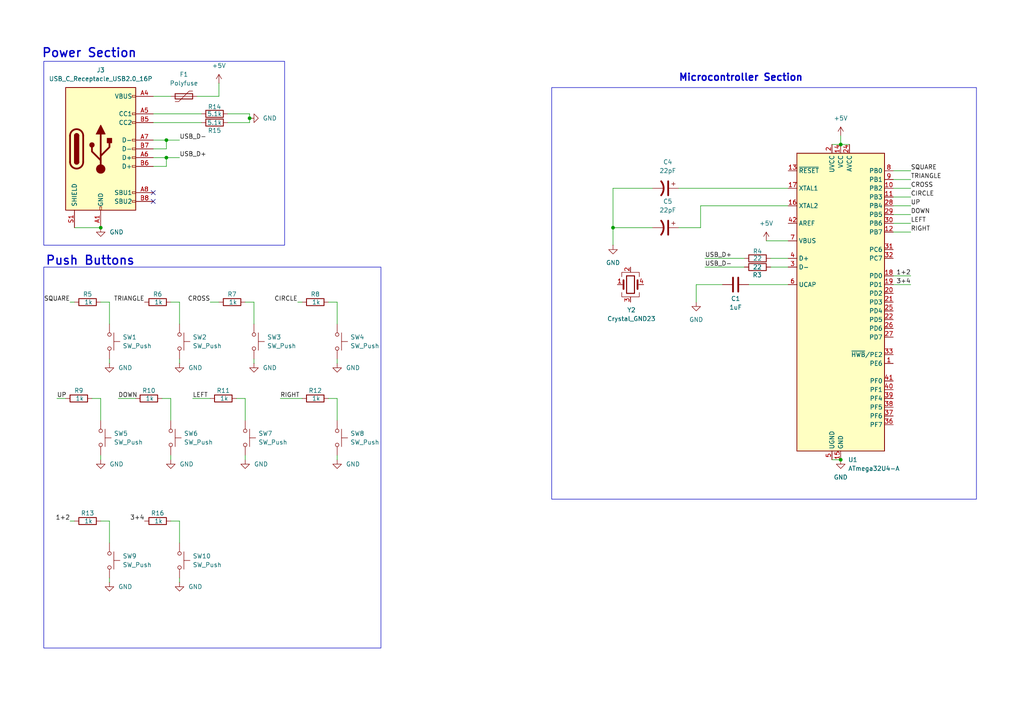
<source format=kicad_sch>
(kicad_sch (version 20250114) (generator "eeschema") (generator_version "9.0")
  (paper "A4")
  (title_block (title "FlatBox"))
  (lib_symbols
    (symbol "Connector:USB_C_Receptacle_USB2.0_16P" (pin_names (offset 1.016))
      (property "Reference" "J" (at 0 22.225 0))
      (property "Value" "USB_C_Receptacle_USB2.0_16P" (at 0 19.685 0))
      (symbol "USB_C_Receptacle_USB2.0_16P_0_0"
        (rectangle (start -0.254 -17.78) (end 0.254 -16.764))
        (rectangle (start 10.16 15.494) (end 9.144 14.986))
        (rectangle (start 10.16 10.414) (end 9.144 9.906))
        (rectangle (start 10.16 7.874) (end 9.144 7.366))
        (rectangle (start 10.16 2.794) (end 9.144 2.286))
        (rectangle (start 10.16 0.254) (end 9.144 -0.254))
        (rectangle (start 10.16 -2.286) (end 9.144 -2.794))
        (rectangle (start 10.16 -4.826) (end 9.144 -5.334))
        (rectangle (start 10.16 -12.446) (end 9.144 -12.954))
        (rectangle (start 10.16 -14.986) (end 9.144 -15.494))
      )
      (symbol "USB_C_Receptacle_USB2.0_16P_0_1"
        (rectangle (start -10.16 17.78) (end 10.16 -17.78) (stroke (width 0.254)) (fill (type background)))
        (polyline (pts (xy -8.89 -3.81) (xy -8.89 3.81)) (stroke (width 0.508)))
        (rectangle (start -7.62 -3.81) (end -6.35 3.81) (stroke (width 0.254)) (fill (type outline)))
        (arc (start -7.62 3.81) (mid -6.985 4.4423) (end -6.35 3.81) (stroke (width 0.254)))
        (arc (start -7.62 3.81) (mid -6.985 4.4423) (end -6.35 3.81) (stroke (width 0.254)) (fill (type outline)))
        (arc (start -8.89 3.81) (mid -6.985 5.7067) (end -5.08 3.81) (stroke (width 0.508)))
        (arc (start -5.08 -3.81) (mid -6.985 -5.7067) (end -8.89 -3.81) (stroke (width 0.508)))
        (arc (start -6.35 -3.81) (mid -6.985 -4.4423) (end -7.62 -3.81) (stroke (width 0.254)))
        (arc (start -6.35 -3.81) (mid -6.985 -4.4423) (end -7.62 -3.81) (stroke (width 0.254)) (fill (type outline)))
        (polyline (pts (xy -5.08 3.81) (xy -5.08 -3.81)) (stroke (width 0.508)))
        (circle (center -2.54 1.143) (radius 0.635) (stroke (width 0.254)) (fill (type outline)))
        (polyline (pts (xy -1.27 4.318) (xy 0 6.858) (xy 1.27 4.318) (xy -1.27 4.318)) (stroke (width 0.254)) (fill (type outline)))
        (polyline (pts (xy 0 -2.032) (xy 2.54 0.508) (xy 2.54 1.778)) (stroke (width 0.508)))
        (polyline (pts (xy 0 -3.302) (xy -2.54 -0.762) (xy -2.54 0.508)) (stroke (width 0.508)))
        (polyline (pts (xy 0 -5.842) (xy 0 4.318)) (stroke (width 0.508)))
        (circle (center 0 -5.842) (radius 1.27) (fill (type outline)))
        (rectangle (start 1.905 1.778) (end 3.175 3.048) (stroke (width 0.254)) (fill (type outline)))
      )
      (symbol "USB_C_Receptacle_USB2.0_16P_1_1"
        (pin passive line (at -7.62 -22.86 90) (length 5.08) (name "SHIELD") (number "S1"))
        (pin passive line (at 0 -22.86 90) (length 5.08) (name "GND") (number "A1"))
        (pin passive line (at 0 -22.86 90) (length 5.08) (hide yes) (name "GND") (number "A12"))
        (pin passive line (at 0 -22.86 90) (length 5.08) (hide yes) (name "GND") (number "B1"))
        (pin passive line (at 0 -22.86 90) (length 5.08) (hide yes) (name "GND") (number "B12"))
        (pin passive line (at 15.24 15.24 180) (length 5.08) (name "VBUS") (number "A4"))
        (pin passive line (at 15.24 15.24 180) (length 5.08) (hide yes) (name "VBUS") (number "A9"))
        (pin passive line (at 15.24 15.24 180) (length 5.08) (hide yes) (name "VBUS") (number "B4"))
        (pin passive line (at 15.24 15.24 180) (length 5.08) (hide yes) (name "VBUS") (number "B9"))
        (pin bidirectional line (at 15.24 10.16 180) (length 5.08) (name "CC1") (number "A5"))
        (pin bidirectional line (at 15.24 7.62 180) (length 5.08) (name "CC2") (number "B5"))
        (pin bidirectional line (at 15.24 2.54 180) (length 5.08) (name "D-") (number "A7"))
        (pin bidirectional line (at 15.24 0 180) (length 5.08) (name "D-") (number "B7"))
        (pin bidirectional line (at 15.24 -2.54 180) (length 5.08) (name "D+") (number "A6"))
        (pin bidirectional line (at 15.24 -5.08 180) (length 5.08) (name "D+") (number "B6"))
        (pin bidirectional line (at 15.24 -12.7 180) (length 5.08) (name "SBU1") (number "A8"))
        (pin bidirectional line (at 15.24 -15.24 180) (length 5.08) (name "SBU2") (number "B8"))
      )
    )
    (symbol "Device:C" (pin_numbers (hide yes)) (pin_names (offset 0.254))
      (property "Reference" "C" (at 0.635 2.54 0))
      (property "Value" "C" (at 0.635 -2.54 0))
      (symbol "C_0_1"
        (polyline (pts (xy -2.032 0.762) (xy 2.032 0.762)) (stroke (width 0.508)))
        (polyline (pts (xy -2.032 -0.762) (xy 2.032 -0.762)) (stroke (width 0.508)))
      )
      (symbol "C_1_1"
        (pin passive line (at 0 3.81 270) (length 2.794) (name "~") (number "1"))
        (pin passive line (at 0 -3.81 90) (length 2.794) (name "~") (number "2"))
      )
    )
    (symbol "Device:C_Polarized_US" (pin_numbers (hide yes)) (pin_names (offset 0.254) (hide yes))
      (property "Reference" "C" (at 0.635 2.54 0))
      (property "Value" "C_Polarized_US" (at 0.635 -2.54 0))
      (symbol "C_Polarized_US_0_1"
        (polyline (pts (xy -2.032 0.762) (xy 2.032 0.762)) (stroke (width 0.508)))
        (polyline (pts (xy -1.778 2.286) (xy -0.762 2.286)))
        (polyline (pts (xy -1.27 1.778) (xy -1.27 2.794)))
        (arc (start -2.032 -1.27) (mid 0 -0.5572) (end 2.032 -1.27) (stroke (width 0.508)))
      )
      (symbol "C_Polarized_US_1_1"
        (pin passive line (at 0 3.81 270) (length 2.794) (name "~") (number "1"))
        (pin passive line (at 0 -3.81 90) (length 3.302) (name "~") (number "2"))
      )
    )
    (symbol "Device:Crystal_GND23" (pin_names (offset 1.016) (hide yes))
      (property "Reference" "Y" (at 3.175 5.08 0))
      (property "Value" "Crystal_GND23" (at 3.175 3.175 0))
      (symbol "Crystal_GND23_0_1"
        (polyline (pts (xy -2.54 2.286) (xy -2.54 3.556) (xy 2.54 3.556) (xy 2.54 2.286)))
        (polyline (pts (xy -2.54 0) (xy -2.032 0)))
        (polyline (pts (xy -2.54 -2.286) (xy -2.54 -3.556) (xy 2.54 -3.556) (xy 2.54 -2.286)))
        (polyline (pts (xy -2.032 -1.27) (xy -2.032 1.27)) (stroke (width 0.508)))
        (rectangle (start -1.143 2.54) (end 1.143 -2.54) (stroke (width 0.3048)))
        (polyline (pts (xy 0 3.556) (xy 0 3.81)))
        (polyline (pts (xy 0 -3.81) (xy 0 -3.556)))
        (polyline (pts (xy 2.032 0) (xy 2.54 0)))
        (polyline (pts (xy 2.032 -1.27) (xy 2.032 1.27)) (stroke (width 0.508)))
      )
      (symbol "Crystal_GND23_1_1"
        (pin passive line (at -3.81 0 0) (length 1.27) (name "1") (number "1"))
        (pin passive line (at 0 5.08 270) (length 1.27) (name "2") (number "2"))
        (pin passive line (at 0 -5.08 90) (length 1.27) (name "3") (number "3"))
        (pin passive line (at 3.81 0 180) (length 1.27) (name "4") (number "4"))
      )
    )
    (symbol "Device:Polyfuse" (pin_numbers (hide yes)) (pin_names (offset 0))
      (property "Reference" "F" (at -2.54 0 90))
      (property "Value" "Polyfuse" (at 2.54 0 90))
      (symbol "Polyfuse_0_1"
        (polyline (pts (xy -1.524 2.54) (xy -1.524 1.524) (xy 1.524 -1.524) (xy 1.524 -2.54)))
        (rectangle (start -0.762 2.54) (end 0.762 -2.54) (stroke (width 0.254)))
        (polyline (pts (xy 0 2.54) (xy 0 -2.54)))
      )
      (symbol "Polyfuse_1_1"
        (pin passive line (at 0 3.81 270) (length 1.27) (name "~") (number "1"))
        (pin passive line (at 0 -3.81 90) (length 1.27) (name "~") (number "2"))
      )
    )
    (symbol "Device:R" (pin_numbers (hide yes)) (pin_names (offset 0))
      (property "Reference" "R" (at 2.032 0 90))
      (property "Value" "R" (at 0 0 90))
      (symbol "R_0_1"
        (rectangle (start -1.016 -2.54) (end 1.016 2.54) (stroke (width 0.254)))
      )
      (symbol "R_1_1"
        (pin passive line (at 0 3.81 270) (length 1.27) (name "~") (number "1"))
        (pin passive line (at 0 -3.81 90) (length 1.27) (name "~") (number "2"))
      )
    )
    (symbol "MCU_Microchip_ATmega:ATmega32U4-A"
      (property "Reference" "U" (at -12.7 44.45 0))
      (property "Value" "ATmega32U4-A" (at 2.54 -44.45 0))
      (symbol "ATmega32U4-A_0_1"
        (rectangle (start -12.7 -43.18) (end 12.7 43.18) (stroke (width 0.254)) (fill (type background)))
      )
      (symbol "ATmega32U4-A_1_1"
        (pin input line (at -15.24 38.1 0) (length 2.54) (name "~{RESET}") (number "13"))
        (pin input line (at -15.24 33.02 0) (length 2.54) (name "XTAL1") (number "17"))
        (pin output line (at -15.24 27.94 0) (length 2.54) (name "XTAL2") (number "16"))
        (pin passive line (at -15.24 22.86 0) (length 2.54) (name "AREF") (number "42"))
        (pin input line (at -15.24 17.78 0) (length 2.54) (name "VBUS") (number "7"))
        (pin bidirectional line (at -15.24 12.7 0) (length 2.54) (name "D+") (number "4"))
        (pin bidirectional line (at -15.24 10.16 0) (length 2.54) (name "D-") (number "3"))
        (pin passive line (at -15.24 5.08 0) (length 2.54) (name "UCAP") (number "6"))
        (pin power_in line (at -2.54 45.72 270) (length 2.54) (name "UVCC") (number "2"))
        (pin passive line (at -2.54 -45.72 90) (length 2.54) (name "UGND") (number "5"))
        (pin power_in line (at 0 45.72 270) (length 2.54) (name "VCC") (number "14"))
        (pin passive line (at 0 45.72 270) (length 2.54) (hide yes) (name "VCC") (number "34"))
        (pin power_in line (at 0 -45.72 90) (length 2.54) (name "GND") (number "15"))
        (pin passive line (at 0 -45.72 90) (length 2.54) (hide yes) (name "GND") (number "23"))
        (pin passive line (at 0 -45.72 90) (length 2.54) (hide yes) (name "GND") (number "35"))
        (pin passive line (at 0 -45.72 90) (length 2.54) (hide yes) (name "GND") (number "43"))
        (pin power_in line (at 2.54 45.72 270) (length 2.54) (name "AVCC") (number "24"))
        (pin passive line (at 2.54 45.72 270) (length 2.54) (hide yes) (name "AVCC") (number "44"))
        (pin bidirectional line (at 15.24 38.1 180) (length 2.54) (name "PB0") (number "8"))
        (pin bidirectional line (at 15.24 35.56 180) (length 2.54) (name "PB1") (number "9"))
        (pin bidirectional line (at 15.24 33.02 180) (length 2.54) (name "PB2") (number "10"))
        (pin bidirectional line (at 15.24 30.48 180) (length 2.54) (name "PB3") (number "11"))
        (pin bidirectional line (at 15.24 27.94 180) (length 2.54) (name "PB4") (number "28"))
        (pin bidirectional line (at 15.24 25.4 180) (length 2.54) (name "PB5") (number "29"))
        (pin bidirectional line (at 15.24 22.86 180) (length 2.54) (name "PB6") (number "30"))
        (pin bidirectional line (at 15.24 20.32 180) (length 2.54) (name "PB7") (number "12"))
        (pin bidirectional line (at 15.24 15.24 180) (length 2.54) (name "PC6") (number "31"))
        (pin bidirectional line (at 15.24 12.7 180) (length 2.54) (name "PC7") (number "32"))
        (pin bidirectional line (at 15.24 7.62 180) (length 2.54) (name "PD0") (number "18"))
        (pin bidirectional line (at 15.24 5.08 180) (length 2.54) (name "PD1") (number "19"))
        (pin bidirectional line (at 15.24 2.54 180) (length 2.54) (name "PD2") (number "20"))
        (pin bidirectional line (at 15.24 0 180) (length 2.54) (name "PD3") (number "21"))
        (pin bidirectional line (at 15.24 -2.54 180) (length 2.54) (name "PD4") (number "25"))
        (pin bidirectional line (at 15.24 -5.08 180) (length 2.54) (name "PD5") (number "22"))
        (pin bidirectional line (at 15.24 -7.62 180) (length 2.54) (name "PD6") (number "26"))
        (pin bidirectional line (at 15.24 -10.16 180) (length 2.54) (name "PD7") (number "27"))
        (pin bidirectional line (at 15.24 -15.24 180) (length 2.54) (name "~{HWB}/PE2") (number "33"))
        (pin bidirectional line (at 15.24 -17.78 180) (length 2.54) (name "PE6") (number "1"))
        (pin bidirectional line (at 15.24 -22.86 180) (length 2.54) (name "PF0") (number "41"))
        (pin bidirectional line (at 15.24 -25.4 180) (length 2.54) (name "PF1") (number "40"))
        (pin bidirectional line (at 15.24 -27.94 180) (length 2.54) (name "PF4") (number "39"))
        (pin bidirectional line (at 15.24 -30.48 180) (length 2.54) (name "PF5") (number "38"))
        (pin bidirectional line (at 15.24 -33.02 180) (length 2.54) (name "PF6") (number "37"))
        (pin bidirectional line (at 15.24 -35.56 180) (length 2.54) (name "PF7") (number "36"))
      )
    )
    (symbol "Switch:SW_Push" (pin_numbers (hide yes)) (pin_names (offset 1.016) (hide yes))
      (property "Reference" "SW" (at 1.27 2.54 0))
      (property "Value" "SW_Push" (at 0 -1.524 0))
      (symbol "SW_Push_0_1"
        (circle (center -2.032 0) (radius 0.508))
        (polyline (pts (xy 0 1.27) (xy 0 3.048)))
        (circle (center 2.032 0) (radius 0.508))
        (polyline (pts (xy 2.54 1.27) (xy -2.54 1.27)))
        (pin passive line (at -5.08 0 0) (length 2.54) (name "1") (number "1"))
        (pin passive line (at 5.08 0 180) (length 2.54) (name "2") (number "2"))
      )
    )
    (symbol "power:+5V" (power) (pin_numbers (hide yes)) (pin_names (offset 0) (hide yes))
      (property "Value" "+5V" (at 0 3.556 0))
      (symbol "+5V_0_1"
        (polyline (pts (xy -0.762 1.27) (xy 0 2.54)))
        (polyline (pts (xy 0 2.54) (xy 0.762 1.27)))
        (polyline (pts (xy 0 0) (xy 0 2.54)))
      )
      (symbol "+5V_1_1"
        (pin power_in line (at 0 0 90) (length 0) (name "~") (number "1"))
      )
    )
    (symbol "power:GND" (power) (pin_numbers (hide yes)) (pin_names (offset 0) (hide yes))
      (property "Value" "GND" (at 0 -3.81 0))
      (symbol "GND_0_1"
        (polyline (pts (xy 0 0) (xy 0 -1.27) (xy 1.27 -1.27) (xy 0 -2.54) (xy -1.27 -1.27) (xy 0 -1.27)))
      )
      (symbol "GND_1_1"
        (pin power_in line (at 0 0 270) (length 0) (name "~") (number "1"))
      )
    )
  )
  (rectangle (start 160.02 25.4) (end 283.21 144.78))
  (rectangle (start 12.7 17.78) (end 82.55 71.12))
  (rectangle (start 12.7 77.47) (end 110.49 187.96))
  (text "Power Section" (at 25.908 15.494 0) (effects (font (size 2.54 2.54) (thickness 0.4064) (bold yes))))
  (text "Microcontroller Section" (at 214.884 22.606 0) (effects (font (size 2.032 2.032) (thickness 0.4064) (bold yes))))
  (text "Push Buttons" (at 26.162 75.692 0) (effects (font (size 2.54 2.54) (thickness 0.4064) (bold yes))))
  (junction (at 177.8 66.04))
  (junction (at 48.26 45.72))
  (junction (at 243.84 41.91))
  (junction (at 48.26 40.64))
  (junction (at 29.21 66.04))
  (junction (at 72.39 34.29))
  (junction (at 243.84 133.35))
  (no_connect (at 44.45 58.42))
  (no_connect (at 44.45 55.88))
  (wire (pts (xy 44.45 35.56) (xy 58.42 35.56)))
  (wire (pts (xy 97.79 104.14) (xy 97.79 105.41)))
  (wire (pts (xy 44.45 27.94) (xy 49.53 27.94)))
  (wire (pts (xy 97.79 87.63) (xy 97.79 93.98)))
  (wire (pts (xy 44.45 48.26) (xy 48.26 48.26)))
  (wire (pts (xy 49.53 132.08) (xy 49.53 133.35)))
  (wire (pts (xy 204.47 77.47) (xy 215.9 77.47)))
  (wire (pts (xy 177.8 66.04) (xy 189.23 66.04)))
  (wire (pts (xy 66.04 35.56) (xy 72.39 35.56)))
  (wire (pts (xy 203.2 59.69) (xy 203.2 66.04)))
  (wire (pts (xy 73.66 104.14) (xy 73.66 105.41)))
  (wire (pts (xy 264.16 62.23) (xy 259.08 62.23)))
  (wire (pts (xy 95.25 87.63) (xy 97.79 87.63)))
  (wire (pts (xy 189.23 54.61) (xy 177.8 54.61)))
  (wire (pts (xy 264.16 82.55) (xy 259.08 82.55)))
  (wire (pts (xy 259.08 80.01) (xy 264.16 80.01)))
  (wire (pts (xy 34.29 115.57) (xy 39.37 115.57)))
  (wire (pts (xy 52.07 167.64) (xy 52.07 168.91)))
  (wire (pts (xy 48.26 43.18) (xy 48.26 40.64)))
  (wire (pts (xy 52.07 151.13) (xy 52.07 157.48)))
  (wire (pts (xy 52.07 40.64) (xy 48.26 40.64)))
  (wire (pts (xy 217.17 82.55) (xy 228.6 82.55)))
  (wire (pts (xy 49.53 115.57) (xy 49.53 121.92)))
  (wire (pts (xy 68.58 115.57) (xy 71.12 115.57)))
  (wire (pts (xy 223.52 74.93) (xy 228.6 74.93)))
  (wire (pts (xy 44.45 43.18) (xy 48.26 43.18)))
  (wire (pts (xy 177.8 66.04) (xy 177.8 71.12)))
  (wire (pts (xy 72.39 33.02) (xy 72.39 34.29)))
  (wire (pts (xy 201.93 87.63) (xy 201.93 82.55)))
  (wire (pts (xy 26.67 115.57) (xy 29.21 115.57)))
  (wire (pts (xy 264.16 52.07) (xy 259.08 52.07)))
  (wire (pts (xy 264.16 54.61) (xy 259.08 54.61)))
  (wire (pts (xy 81.28 115.57) (xy 87.63 115.57)))
  (wire (pts (xy 31.75 104.14) (xy 31.75 105.41)))
  (wire (pts (xy 97.79 115.57) (xy 97.79 121.92)))
  (wire (pts (xy 264.16 57.15) (xy 259.08 57.15)))
  (wire (pts (xy 29.21 151.13) (xy 31.75 151.13)))
  (wire (pts (xy 20.32 151.13) (xy 21.59 151.13)))
  (wire (pts (xy 29.21 132.08) (xy 29.21 133.35)))
  (wire (pts (xy 196.85 66.04) (xy 203.2 66.04)))
  (wire (pts (xy 243.84 39.37) (xy 243.84 41.91)))
  (wire (pts (xy 52.07 87.63) (xy 52.07 93.98)))
  (wire (pts (xy 241.3 41.91) (xy 243.84 41.91)))
  (wire (pts (xy 46.99 115.57) (xy 49.53 115.57)))
  (wire (pts (xy 60.96 87.63) (xy 63.5 87.63)))
  (wire (pts (xy 71.12 132.08) (xy 71.12 133.35)))
  (wire (pts (xy 21.59 66.04) (xy 29.21 66.04)))
  (wire (pts (xy 48.26 48.26) (xy 48.26 45.72)))
  (wire (pts (xy 177.8 54.61) (xy 177.8 66.04)))
  (wire (pts (xy 97.79 132.08) (xy 97.79 133.35)))
  (wire (pts (xy 57.15 27.94) (xy 63.5 27.94)))
  (wire (pts (xy 196.85 54.61) (xy 228.6 54.61)))
  (wire (pts (xy 52.07 45.72) (xy 48.26 45.72)))
  (wire (pts (xy 71.12 87.63) (xy 73.66 87.63)))
  (wire (pts (xy 241.3 133.35) (xy 243.84 133.35)))
  (wire (pts (xy 73.66 87.63) (xy 73.66 93.98)))
  (wire (pts (xy 66.04 33.02) (xy 72.39 33.02)))
  (wire (pts (xy 31.75 87.63) (xy 31.75 93.98)))
  (wire (pts (xy 63.5 24.13) (xy 63.5 27.94)))
  (wire (pts (xy 49.53 151.13) (xy 52.07 151.13)))
  (wire (pts (xy 49.53 87.63) (xy 52.07 87.63)))
  (wire (pts (xy 29.21 115.57) (xy 29.21 121.92)))
  (wire (pts (xy 29.21 87.63) (xy 31.75 87.63)))
  (wire (pts (xy 264.16 49.53) (xy 259.08 49.53)))
  (wire (pts (xy 71.12 115.57) (xy 71.12 121.92)))
  (wire (pts (xy 204.47 74.93) (xy 215.9 74.93)))
  (wire (pts (xy 264.16 64.77) (xy 259.08 64.77)))
  (wire (pts (xy 44.45 33.02) (xy 58.42 33.02)))
  (wire (pts (xy 228.6 59.69) (xy 203.2 59.69)))
  (wire (pts (xy 48.26 40.64) (xy 44.45 40.64)))
  (wire (pts (xy 264.16 59.69) (xy 259.08 59.69)))
  (wire (pts (xy 31.75 167.64) (xy 31.75 168.91)))
  (wire (pts (xy 95.25 115.57) (xy 97.79 115.57)))
  (wire (pts (xy 20.32 87.63) (xy 21.59 87.63)))
  (wire (pts (xy 31.75 151.13) (xy 31.75 157.48)))
  (wire (pts (xy 52.07 104.14) (xy 52.07 105.41)))
  (wire (pts (xy 223.52 77.47) (xy 228.6 77.47)))
  (wire (pts (xy 86.36 87.63) (xy 87.63 87.63)))
  (wire (pts (xy 16.51 115.57) (xy 19.05 115.57)))
  (wire (pts (xy 48.26 45.72) (xy 44.45 45.72)))
  (wire (pts (xy 243.84 41.91) (xy 246.38 41.91)))
  (wire (pts (xy 264.16 67.31) (xy 259.08 67.31)))
  (wire (pts (xy 55.88 115.57) (xy 60.96 115.57)))
  (wire (pts (xy 222.25 69.85) (xy 228.6 69.85)))
  (wire (pts (xy 72.39 35.56) (xy 72.39 34.29)))
  (wire (pts (xy 201.93 82.55) (xy 209.55 82.55)))
  (label "TRIANGLE" (at 41.91 87.63 180))
  (label "LEFT" (at 264.16 64.77 0))
  (label "CIRCLE" (at 264.16 57.15 0))
  (label "1+2" (at 264.16 80.01 180))
  (label "DOWN" (at 264.16 62.23 0))
  (label "3+4" (at 264.16 82.55 180))
  (label "TRIANGLE" (at 264.16 52.07 0))
  (label "3+4" (at 41.91 151.13 180))
  (label "RIGHT" (at 81.28 115.57 0))
  (label "CIRCLE" (at 86.36 87.63 180))
  (label "CROSS" (at 264.16 54.61 0))
  (label "USB_D-" (at 204.47 77.47 0))
  (label "SQUARE" (at 20.32 87.63 180))
  (label "USB_D+" (at 52.07 45.72 0))
  (label "1+2" (at 20.32 151.13 180))
  (label "SQUARE" (at 264.16 49.53 0))
  (label "UP" (at 264.16 59.69 0))
  (label "USB_D+" (at 204.47 74.93 0))
  (label "LEFT" (at 55.88 115.57 0))
  (label "UP" (at 16.51 115.57 0))
  (label "CROSS" (at 60.96 87.63 180))
  (label "DOWN" (at 34.29 115.57 0))
  (label "RIGHT" (at 264.16 67.31 0))
  (label "USB_D-" (at 52.07 40.64 0))
  (symbol (lib_id "Switch:SW_Push") (at 71.12 127 270) (unit 1)
    (property "Reference" "SW7" (at 74.93 125.7299 90) (effects (justify left)))
    (property "Value" "SW_Push" (at 74.93 128.2699 90) (effects (justify left)))
    (property "Description" "Push button switch, generic, two pins" (effects (hide yes)))
  )
  (symbol (lib_id "Switch:SW_Push") (at 97.79 127 270) (unit 1)
    (property "Reference" "SW8" (at 101.6 125.7299 90) (effects (justify left)))
    (property "Value" "SW_Push" (at 101.6 128.2699 90) (effects (justify left)))
    (property "Description" "Push button switch, generic, two pins" (effects (hide yes)))
  )
  (symbol (lib_id "power:GND") (at 177.8 71.12 0) (unit 1)
    (property "Reference" "#PWR015" (effects (hide yes)))
    (property "Value" "GND" (at 177.8 76.2 0))
    (property "Description" "Power symbol creates a global label with name \"GND\" , ground" (effects (hide yes)))
  )
  (symbol (lib_id "MCU_Microchip_ATmega:ATmega32U4-A") (at 243.84 87.63 0) (unit 1)
    (property "Reference" "U1" (at 245.9833 133.35 0) (effects (justify left)))
    (property "Value" "ATmega32U4-A" (at 245.9833 135.89 0) (effects (justify left)))
    (property "Footprint" "Package_QFP:TQFP-44_10x10mm_P0.8mm" (effects (hide yes)))
    (property "Datasheet" "http://ww1.microchip.com/downloads/en/DeviceDoc/Atmel-7766-8-bit-AVR-ATmega16U4-32U4_Datasheet.pdf" (effects (hide yes)))
    (property "Description" "16MHz, 32kB Flash, 2.5kB SRAM, 1kB EEPROM, USB 2.0, TQFP-44" (effects (hide yes)))
  )
  (symbol (lib_id "power:GND") (at 52.07 168.91 0) (unit 1)
    (property "Reference" "#PWR021" (effects (hide yes)))
    (property "Value" "GND" (at 54.61 170.1799 0) (effects (justify left)))
    (property "Description" "Power symbol creates a global label with name \"GND\" , ground" (effects (hide yes)))
  )
  (symbol (lib_id "Device:R") (at 62.23 33.02 270) (unit 1)
    (property "Reference" "R14" (at 62.23 30.988 90))
    (property "Value" "5.1k" (at 62.23 33.02 90))
    (property "Description" "Resistor" (effects (hide yes)))
  )
  (symbol (lib_id "power:GND") (at 72.39 34.29 90) (unit 1)
    (property "Reference" "#PWR020" (effects (hide yes)))
    (property "Value" "GND" (at 76.2 34.2899 90) (effects (justify right)))
    (property "Description" "Power symbol creates a global label with name \"GND\" , ground" (effects (hide yes)))
  )
  (symbol (lib_id "power:GND") (at 31.75 105.41 0) (unit 1)
    (property "Reference" "#PWR07" (effects (hide yes)))
    (property "Value" "GND" (at 34.29 106.6799 0) (effects (justify left)))
    (property "Description" "Power symbol creates a global label with name \"GND\" , ground" (effects (hide yes)))
  )
  (symbol (lib_id "Device:R") (at 64.77 115.57 90) (unit 1)
    (property "Reference" "R11" (at 64.77 113.284 90))
    (property "Value" "1k" (at 65.024 115.57 90))
    (property "Description" "Resistor" (effects (hide yes)))
  )
  (symbol (lib_id "Device:Crystal_GND23") (at 182.88 82.55 0) (unit 1)
    (property "Reference" "Y2" (at 183.134 89.916 0))
    (property "Value" "Crystal_GND23" (at 183.134 92.456 0))
    (property "Description" "Four pin crystal, GND on pins 2 and 3" (effects (hide yes)))
  )
  (symbol (lib_id "Device:C_Polarized_US") (at 193.04 66.04 270) (unit 1)
    (property "Reference" "C5" (at 193.675 58.42 90))
    (property "Value" "22pF" (at 193.675 60.96 90))
    (property "Description" "Polarized capacitor, US symbol" (effects (hide yes)))
  )
  (symbol (lib_id "Device:R") (at 22.86 115.57 90) (unit 1)
    (property "Reference" "R9" (at 22.86 113.284 90))
    (property "Value" "1k" (at 23.114 115.57 90))
    (property "Description" "Resistor" (effects (hide yes)))
  )
  (symbol (lib_id "Device:C_Polarized_US") (at 193.04 54.61 270) (unit 1)
    (property "Reference" "C4" (at 193.675 46.99 90))
    (property "Value" "22pF" (at 193.675 49.53 90))
    (property "Description" "Polarized capacitor, US symbol" (effects (hide yes)))
  )
  (symbol (lib_id "Device:R") (at 45.72 151.13 90) (unit 1)
    (property "Reference" "R16" (at 45.72 148.844 90))
    (property "Value" "1k" (at 45.974 151.13 90))
    (property "Description" "Resistor" (effects (hide yes)))
  )
  (symbol (lib_id "Device:R") (at 91.44 87.63 90) (unit 1)
    (property "Reference" "R8" (at 91.44 85.344 90))
    (property "Value" "1k" (at 91.694 87.63 90))
    (property "Description" "Resistor" (effects (hide yes)))
  )
  (symbol (lib_id "Device:R") (at 25.4 87.63 90) (unit 1)
    (property "Reference" "R5" (at 25.4 85.344 90))
    (property "Value" "1k" (at 25.654 87.63 90))
    (property "Description" "Resistor" (effects (hide yes)))
  )
  (symbol (lib_id "Switch:SW_Push") (at 31.75 99.06 270) (unit 1)
    (property "Reference" "SW1" (at 35.56 97.7899 90) (effects (justify left)))
    (property "Value" "SW_Push" (at 35.56 100.3299 90) (effects (justify left)))
    (property "Description" "Push button switch, generic, two pins" (effects (hide yes)))
  )
  (symbol (lib_id "power:GND") (at 243.84 133.35 0) (unit 1)
    (property "Reference" "#PWR01" (effects (hide yes)))
    (property "Value" "GND" (at 243.84 138.43 0))
    (property "Description" "Power symbol creates a global label with name \"GND\" , ground" (effects (hide yes)))
  )
  (symbol (lib_id "Switch:SW_Push") (at 73.66 99.06 270) (unit 1)
    (property "Reference" "SW3" (at 77.47 97.7899 90) (effects (justify left)))
    (property "Value" "SW_Push" (at 77.47 100.3299 90) (effects (justify left)))
    (property "Description" "Push button switch, generic, two pins" (effects (hide yes)))
  )
  (symbol (lib_id "Switch:SW_Push") (at 31.75 162.56 270) (unit 1)
    (property "Reference" "SW9" (at 35.56 161.2899 90) (effects (justify left)))
    (property "Value" "SW_Push" (at 35.56 163.8299 90) (effects (justify left)))
    (property "Description" "Push button switch, generic, two pins" (effects (hide yes)))
  )
  (symbol (lib_id "Device:R") (at 219.71 77.47 270) (unit 1)
    (property "Reference" "R3" (at 220.98 79.756 90) (effects (justify right)))
    (property "Value" "22" (at 220.98 77.47 90) (effects (justify right)))
    (property "Description" "Resistor" (effects (hide yes)))
  )
  (symbol (lib_id "power:GND") (at 52.07 105.41 0) (unit 1)
    (property "Reference" "#PWR08" (effects (hide yes)))
    (property "Value" "GND" (at 54.61 106.6799 0) (effects (justify left)))
    (property "Description" "Power symbol creates a global label with name \"GND\" , ground" (effects (hide yes)))
  )
  (symbol (lib_id "Switch:SW_Push") (at 52.07 99.06 270) (unit 1)
    (property "Reference" "SW2" (at 55.88 97.7899 90) (effects (justify left)))
    (property "Value" "SW_Push" (at 55.88 100.3299 90) (effects (justify left)))
    (property "Description" "Push button switch, generic, two pins" (effects (hide yes)))
  )
  (symbol (lib_id "power:GND") (at 73.66 105.41 0) (unit 1)
    (property "Reference" "#PWR09" (effects (hide yes)))
    (property "Value" "GND" (at 76.2 106.6799 0) (effects (justify left)))
    (property "Description" "Power symbol creates a global label with name \"GND\" , ground" (effects (hide yes)))
  )
  (symbol (lib_id "Switch:SW_Push") (at 49.53 127 270) (unit 1)
    (property "Reference" "SW6" (at 53.34 125.7299 90) (effects (justify left)))
    (property "Value" "SW_Push" (at 53.34 128.2699 90) (effects (justify left)))
    (property "Description" "Push button switch, generic, two pins" (effects (hide yes)))
  )
  (symbol (lib_id "Device:R") (at 91.44 115.57 90) (unit 1)
    (property "Reference" "R12" (at 91.44 113.284 90))
    (property "Value" "1k" (at 91.694 115.57 90))
    (property "Description" "Resistor" (effects (hide yes)))
  )
  (symbol (lib_id "Device:C") (at 213.36 82.55 90) (unit 1)
    (property "Reference" "C1" (at 213.36 86.614 90))
    (property "Value" "1uF" (at 213.36 89.154 90))
    (property "Description" "Unpolarized capacitor" (effects (hide yes)))
  )
  (symbol (lib_id "Connector:USB_C_Receptacle_USB2.0_16P") (at 29.21 43.18 0) (unit 1)
    (property "Reference" "J3" (at 29.21 20.32 0))
    (property "Value" "USB_C_Receptacle_USB2.0_16P" (at 29.21 22.86 0))
    (property "Datasheet" "https://www.usb.org/sites/default/files/documents/usb_type-c.zip" (effects (hide yes)))
    (property "Description" "USB 2.0-only 16P Type-C Receptacle connector" (effects (hide yes)))
  )
  (symbol (lib_id "power:GND") (at 29.21 133.35 0) (unit 1)
    (property "Reference" "#PWR011" (effects (hide yes)))
    (property "Value" "GND" (at 31.75 134.6199 0) (effects (justify left)))
    (property "Description" "Power symbol creates a global label with name \"GND\" , ground" (effects (hide yes)))
  )
  (symbol (lib_id "Device:R") (at 62.23 35.56 270) (unit 1)
    (property "Reference" "R15" (at 62.23 37.846 90))
    (property "Value" "5.1k" (at 62.23 35.56 90))
    (property "Description" "Resistor" (effects (hide yes)))
  )
  (symbol (lib_id "power:GND") (at 201.93 87.63 0) (unit 1)
    (property "Reference" "#PWR06" (effects (hide yes)))
    (property "Value" "GND" (at 201.93 92.71 0))
    (property "Description" "Power symbol creates a global label with name \"GND\" , ground" (effects (hide yes)))
  )
  (symbol (lib_id "power:GND") (at 71.12 133.35 0) (unit 1)
    (property "Reference" "#PWR013" (effects (hide yes)))
    (property "Value" "GND" (at 73.66 134.6199 0) (effects (justify left)))
    (property "Description" "Power symbol creates a global label with name \"GND\" , ground" (effects (hide yes)))
  )
  (symbol (lib_id "power:GND") (at 97.79 133.35 0) (unit 1)
    (property "Reference" "#PWR014" (effects (hide yes)))
    (property "Value" "GND" (at 100.33 134.6199 0) (effects (justify left)))
    (property "Description" "Power symbol creates a global label with name \"GND\" , ground" (effects (hide yes)))
  )
  (symbol (lib_id "Device:Polyfuse") (at 53.34 27.94 90) (unit 1)
    (property "Reference" "F1" (at 53.34 21.59 90))
    (property "Value" "Polyfuse" (at 53.34 24.13 90))
    (property "Description" "Resettable fuse, polymeric positive temperature coefficient" (effects (hide yes)))
  )
  (symbol (lib_id "Switch:SW_Push") (at 29.21 127 270) (unit 1)
    (property "Reference" "SW5" (at 33.02 125.7299 90) (effects (justify left)))
    (property "Value" "SW_Push" (at 33.02 128.2699 90) (effects (justify left)))
    (property "Description" "Push button switch, generic, two pins" (effects (hide yes)))
  )
  (symbol (lib_id "Device:R") (at 67.31 87.63 90) (unit 1)
    (property "Reference" "R7" (at 67.31 85.344 90))
    (property "Value" "1k" (at 67.564 87.63 90))
    (property "Description" "Resistor" (effects (hide yes)))
  )
  (symbol (lib_id "power:GND") (at 97.79 105.41 0) (unit 1)
    (property "Reference" "#PWR010" (effects (hide yes)))
    (property "Value" "GND" (at 100.33 106.6799 0) (effects (justify left)))
    (property "Description" "Power symbol creates a global label with name \"GND\" , ground" (effects (hide yes)))
  )
  (symbol (lib_id "power:GND") (at 49.53 133.35 0) (unit 1)
    (property "Reference" "#PWR012" (effects (hide yes)))
    (property "Value" "GND" (at 52.07 134.6199 0) (effects (justify left)))
    (property "Description" "Power symbol creates a global label with name \"GND\" , ground" (effects (hide yes)))
  )
  (symbol (lib_id "Device:R") (at 219.71 74.93 270) (unit 1)
    (property "Reference" "R4" (at 219.71 72.898 90))
    (property "Value" "22" (at 219.71 74.93 90))
    (property "Description" "Resistor" (effects (hide yes)))
  )
  (symbol (lib_id "Device:R") (at 45.72 87.63 90) (unit 1)
    (property "Reference" "R6" (at 45.72 85.344 90))
    (property "Value" "1k" (at 45.974 87.63 90))
    (property "Description" "Resistor" (effects (hide yes)))
  )
  (symbol (lib_id "Switch:SW_Push") (at 52.07 162.56 270) (unit 1)
    (property "Reference" "SW10" (at 55.88 161.2899 90) (effects (justify left)))
    (property "Value" "SW_Push" (at 55.88 163.8299 90) (effects (justify left)))
    (property "Description" "Push button switch, generic, two pins" (effects (hide yes)))
  )
  (symbol (lib_id "Switch:SW_Push") (at 97.79 99.06 270) (unit 1)
    (property "Reference" "SW4" (at 101.6 97.7899 90) (effects (justify left)))
    (property "Value" "SW_Push" (at 101.6 100.3299 90) (effects (justify left)))
    (property "Description" "Push button switch, generic, two pins" (effects (hide yes)))
  )
  (symbol (lib_id "power:+5V") (at 222.25 69.85 0) (unit 1)
    (property "Reference" "#PWR016" (effects (hide yes)))
    (property "Value" "+5V" (at 222.25 64.77 0))
    (property "Description" "Power symbol creates a global label with name \"+5V\"" (effects (hide yes)))
  )
  (symbol (lib_id "power:GND") (at 29.21 66.04 0) (unit 1)
    (property "Reference" "#PWR018" (effects (hide yes)))
    (property "Value" "GND" (at 31.75 67.3099 0) (effects (justify left)))
    (property "Description" "Power symbol creates a global label with name \"GND\" , ground" (effects (hide yes)))
  )
  (symbol (lib_id "power:+5V") (at 63.5 24.13 0) (unit 1)
    (property "Reference" "#PWR019" (effects (hide yes)))
    (property "Value" "+5V" (at 63.5 19.05 0))
    (property "Description" "Power symbol creates a global label with name \"+5V\"" (effects (hide yes)))
  )
  (symbol (lib_id "Device:R") (at 25.4 151.13 90) (unit 1)
    (property "Reference" "R13" (at 25.4 148.844 90))
    (property "Value" "1k" (at 25.654 151.13 90))
    (property "Description" "Resistor" (effects (hide yes)))
  )
  (symbol (lib_id "power:GND") (at 31.75 168.91 0) (unit 1)
    (property "Reference" "#PWR017" (effects (hide yes)))
    (property "Value" "GND" (at 34.29 170.1799 0) (effects (justify left)))
    (property "Description" "Power symbol creates a global label with name \"GND\" , ground" (effects (hide yes)))
  )
  (symbol (lib_id "power:+5V") (at 243.84 39.37 0) (unit 1)
    (property "Reference" "#PWR05" (effects (hide yes)))
    (property "Value" "+5V" (at 243.84 34.29 0))
    (property "Description" "Power symbol creates a global label with name \"+5V\"" (effects (hide yes)))
  )
  (symbol (lib_id "Device:R") (at 43.18 115.57 90) (unit 1)
    (property "Reference" "R10" (at 43.18 113.284 90))
    (property "Value" "1k" (at 43.434 115.57 90))
    (property "Description" "Resistor" (effects (hide yes)))
  )
)
</source>
